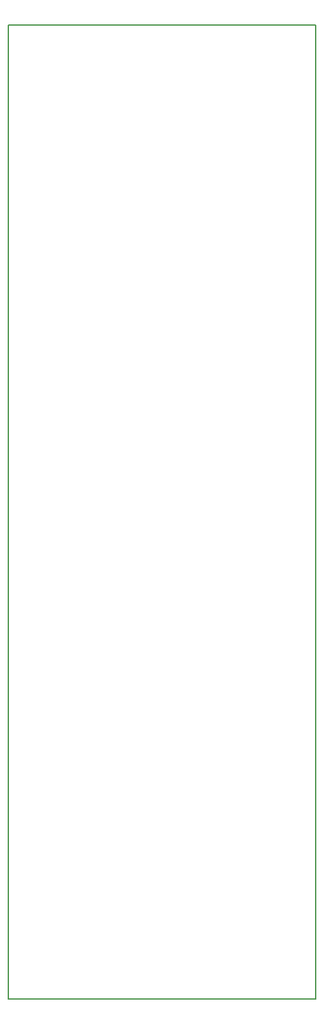
<source format=gbr>
G04 #@! TF.GenerationSoftware,KiCad,Pcbnew,5.0.2+dfsg1-1~bpo9+1*
G04 #@! TF.CreationDate,2019-05-24T18:29:25+02:00*
G04 #@! TF.ProjectId,frontpanel,66726f6e-7470-4616-9e65-6c2e6b696361,rev?*
G04 #@! TF.SameCoordinates,Original*
G04 #@! TF.FileFunction,Profile,NP*
%FSLAX46Y46*%
G04 Gerber Fmt 4.6, Leading zero omitted, Abs format (unit mm)*
G04 Created by KiCad (PCBNEW 5.0.2+dfsg1-1~bpo9+1) date Fri 24 May 2019 06:29:25 PM CEST*
%MOMM*%
%LPD*%
G01*
G04 APERTURE LIST*
%ADD10C,0.150000*%
G04 APERTURE END LIST*
D10*
X153416000Y-143002000D02*
X153416000Y-142748000D01*
X112776000Y-143002000D02*
X112776000Y-142748000D01*
X112776000Y-14478000D02*
X112776000Y-14732000D01*
X153416000Y-14478000D02*
X153416000Y-14732000D01*
X153416000Y-142748000D02*
X153416000Y-127000000D01*
X112776000Y-143002000D02*
X153416000Y-143002000D01*
X112776000Y-127000000D02*
X112776000Y-142748000D01*
X153416000Y-14732000D02*
X153416000Y-30480000D01*
X112776000Y-14478000D02*
X153416000Y-14478000D01*
X112776000Y-30480000D02*
X112776000Y-14732000D01*
X112776000Y-127000000D02*
X112776000Y-30480000D01*
X153416000Y-30480000D02*
X153416000Y-127000000D01*
M02*

</source>
